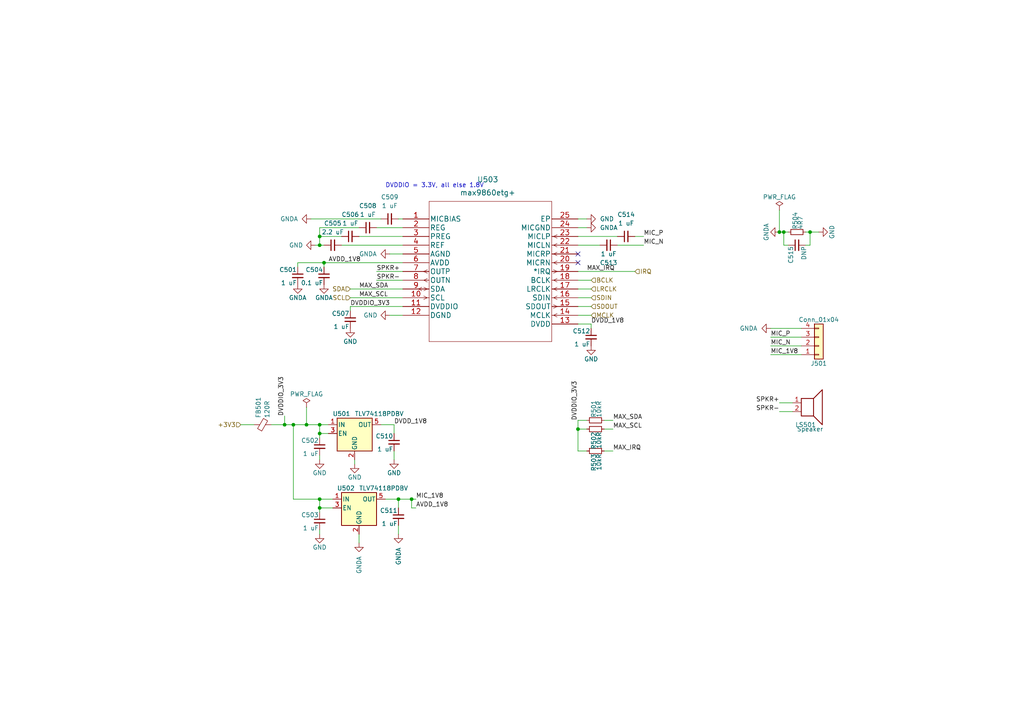
<source format=kicad_sch>
(kicad_sch (version 20211123) (generator eeschema)
  (paper "A4")
  (lib_symbols
    (symbol "2022-01-19_01-49-32:max9860etg+" (pin_names (offset 0.254))
      (property "Reference" "U" (at 25.4 10.16 0))
      (property "Value" "max9860etg+" (at 25.4 7.62 0))
      (symbol "max9860etg+_1_1"
        (polyline (pts (xy 5.5372 -20.828) (xy 4.4958 -20.32)) (stroke (width 0.127)))
        (polyline (pts (xy 5.5372 -19.812) (xy 4.4958 -20.32)) (stroke (width 0.127)))
        (polyline (pts (xy 7.112 -22.86) (xy 6.0452 -23.368)) (stroke (width 0.127)))
        (polyline (pts (xy 7.112 -22.86) (xy 6.0452 -22.352)) (stroke (width 0.127)))
        (polyline (pts (xy 7.112 -20.32) (xy 6.0452 -20.828)) (stroke (width 0.127)))
        (polyline (pts (xy 7.112 -20.32) (xy 6.0452 -19.812)) (stroke (width 0.127)))
        (polyline (pts (xy 7.112 -18.288) (xy 6.0452 -17.78)) (stroke (width 0.127)))
        (polyline (pts (xy 7.112 -17.272) (xy 6.0452 -17.78)) (stroke (width 0.127)))
        (polyline (pts (xy 7.112 -15.748) (xy 6.0452 -15.24)) (stroke (width 0.127)))
        (polyline (pts (xy 7.112 -14.732) (xy 6.0452 -15.24)) (stroke (width 0.127)))
        (polyline (pts (xy 7.62 -35.56) (xy 43.18 -35.56)) (stroke (width 0.127)))
        (polyline (pts (xy 7.62 5.08) (xy 7.62 -35.56)) (stroke (width 0.127)))
        (polyline (pts (xy 43.18 -35.56) (xy 43.18 5.08)) (stroke (width 0.127)))
        (polyline (pts (xy 43.18 5.08) (xy 7.62 5.08)) (stroke (width 0.127)))
        (polyline (pts (xy 43.688 -27.94) (xy 44.7548 -28.448)) (stroke (width 0.127)))
        (polyline (pts (xy 43.688 -27.94) (xy 44.7548 -27.432)) (stroke (width 0.127)))
        (polyline (pts (xy 43.688 -25.908) (xy 44.7548 -25.4)) (stroke (width 0.127)))
        (polyline (pts (xy 43.688 -24.892) (xy 44.7548 -25.4)) (stroke (width 0.127)))
        (polyline (pts (xy 43.688 -22.86) (xy 44.7548 -23.368)) (stroke (width 0.127)))
        (polyline (pts (xy 43.688 -22.86) (xy 44.7548 -22.352)) (stroke (width 0.127)))
        (polyline (pts (xy 43.688 -20.32) (xy 44.7548 -20.828)) (stroke (width 0.127)))
        (polyline (pts (xy 43.688 -20.32) (xy 44.7548 -19.812)) (stroke (width 0.127)))
        (polyline (pts (xy 43.688 -17.78) (xy 44.7548 -18.288)) (stroke (width 0.127)))
        (polyline (pts (xy 43.688 -17.78) (xy 44.7548 -17.272)) (stroke (width 0.127)))
        (polyline (pts (xy 43.688 -15.748) (xy 44.7548 -15.24)) (stroke (width 0.127)))
        (polyline (pts (xy 43.688 -14.732) (xy 44.7548 -15.24)) (stroke (width 0.127)))
        (polyline (pts (xy 43.688 -12.7) (xy 44.7548 -13.208)) (stroke (width 0.127)))
        (polyline (pts (xy 43.688 -12.7) (xy 44.7548 -12.192)) (stroke (width 0.127)))
        (polyline (pts (xy 43.688 -10.16) (xy 44.7548 -10.668)) (stroke (width 0.127)))
        (polyline (pts (xy 43.688 -10.16) (xy 44.7548 -9.652)) (stroke (width 0.127)))
        (polyline (pts (xy 43.688 -7.62) (xy 44.7548 -8.128)) (stroke (width 0.127)))
        (polyline (pts (xy 43.688 -7.62) (xy 44.7548 -7.112)) (stroke (width 0.127)))
        (polyline (pts (xy 43.688 -5.08) (xy 44.7548 -5.588)) (stroke (width 0.127)))
        (polyline (pts (xy 43.688 -5.08) (xy 44.7548 -4.572)) (stroke (width 0.127)))
        (pin unspecified line (at 0 0 0) (length 7.62) (name "MICBIAS") (number "1"))
        (pin input line (at 0 -22.86 0) (length 7.62) (name "SCL") (number "10"))
        (pin power_in line (at 0 -25.4 0) (length 7.62) (name "DVDDIO") (number "11"))
        (pin power_in line (at 0 -27.94 0) (length 7.62) (name "DGND") (number "12"))
        (pin power_in line (at 50.8 -30.48 180) (length 7.62) (name "DVDD") (number "13"))
        (pin input line (at 50.8 -27.94 180) (length 7.62) (name "MCLK") (number "14"))
        (pin output line (at 50.8 -25.4 180) (length 7.62) (name "SDOUT") (number "15"))
        (pin input line (at 50.8 -22.86 180) (length 7.62) (name "SDIN") (number "16"))
        (pin input line (at 50.8 -20.32 180) (length 7.62) (name "LRCLK") (number "17"))
        (pin input line (at 50.8 -17.78 180) (length 7.62) (name "BCLK") (number "18"))
        (pin output line (at 50.8 -15.24 180) (length 7.62) (name "*IRQ") (number "19"))
        (pin unspecified line (at 0 -2.54 0) (length 7.62) (name "REG") (number "2"))
        (pin input line (at 50.8 -12.7 180) (length 7.62) (name "MICRN") (number "20"))
        (pin input line (at 50.8 -10.16 180) (length 7.62) (name "MICRP") (number "21"))
        (pin input line (at 50.8 -7.62 180) (length 7.62) (name "MICLN") (number "22"))
        (pin input line (at 50.8 -5.08 180) (length 7.62) (name "MICLP") (number "23"))
        (pin power_in line (at 50.8 -2.54 180) (length 7.62) (name "MICGND") (number "24"))
        (pin unspecified line (at 50.8 0 180) (length 7.62) (name "EP") (number "25"))
        (pin unspecified line (at 0 -5.08 0) (length 7.62) (name "PREG") (number "3"))
        (pin unspecified line (at 0 -7.62 0) (length 7.62) (name "REF") (number "4"))
        (pin power_in line (at 0 -10.16 0) (length 7.62) (name "AGND") (number "5"))
        (pin power_in line (at 0 -12.7 0) (length 7.62) (name "AVDD") (number "6"))
        (pin output line (at 0 -15.24 0) (length 7.62) (name "OUTP") (number "7"))
        (pin output line (at 0 -17.78 0) (length 7.62) (name "OUTN") (number "8"))
        (pin bidirectional line (at 0 -20.32 0) (length 7.62) (name "SDA") (number "9"))
      )
    )
    (symbol "Connector_Generic:Conn_01x04" (pin_names (offset 1.016) hide)
      (property "Reference" "J" (at 0 5.08 0))
      (property "Value" "Conn_01x04" (at 0 -7.62 0))
      (symbol "Conn_01x04_1_1"
        (rectangle (start -1.27 -4.953) (end 0 -5.207) (stroke (width 0.1524)))
        (rectangle (start -1.27 -2.413) (end 0 -2.667) (stroke (width 0.1524)))
        (rectangle (start -1.27 0.127) (end 0 -0.127) (stroke (width 0.1524)))
        (rectangle (start -1.27 2.667) (end 0 2.413) (stroke (width 0.1524)))
        (rectangle (start -1.27 3.81) (end 1.27 -6.35) (stroke (width 0.254)) (fill (type background)))
        (pin passive line (at -5.08 2.54 0) (length 3.81) (name "Pin_1") (number "1"))
        (pin passive line (at -5.08 0 0) (length 3.81) (name "Pin_2") (number "2"))
        (pin passive line (at -5.08 -2.54 0) (length 3.81) (name "Pin_3") (number "3"))
        (pin passive line (at -5.08 -5.08 0) (length 3.81) (name "Pin_4") (number "4"))
      )
    )
    (symbol "Device:C_Small" (pin_numbers hide) (pin_names (offset 0.254) hide)
      (property "Reference" "C" (at 0.254 1.778 0))
      (property "Value" "C_Small" (at 0.254 -2.032 0))
      (symbol "C_Small_0_1"
        (polyline (pts (xy -1.524 -0.508) (xy 1.524 -0.508)) (stroke (width 0.3302)))
        (polyline (pts (xy -1.524 0.508) (xy 1.524 0.508)) (stroke (width 0.3048)))
      )
      (symbol "C_Small_1_1"
        (pin passive line (at 0 2.54 270) (length 2.032) (name "~") (number "1"))
        (pin passive line (at 0 -2.54 90) (length 2.032) (name "~") (number "2"))
      )
    )
    (symbol "Device:FerriteBead_Small" (pin_numbers hide) (pin_names (offset 0))
      (property "Reference" "FB" (at 1.905 1.27 0))
      (property "Value" "FerriteBead_Small" (at 1.905 -1.27 0))
      (symbol "FerriteBead_Small_0_1"
        (polyline (pts (xy 0 -1.27) (xy 0 -0.7874)))
        (polyline (pts (xy 0 0.889) (xy 0 1.2954)))
        (polyline (pts (xy -1.8288 0.2794) (xy -1.1176 1.4986) (xy 1.8288 -0.2032) (xy 1.1176 -1.4224) (xy -1.8288 0.2794)))
      )
      (symbol "FerriteBead_Small_1_1"
        (pin passive line (at 0 2.54 270) (length 1.27) (name "~") (number "1"))
        (pin passive line (at 0 -2.54 90) (length 1.27) (name "~") (number "2"))
      )
    )
    (symbol "Device:R_Small" (pin_numbers hide) (pin_names (offset 0.254) hide)
      (property "Reference" "R" (at 0.762 0.508 0))
      (property "Value" "R_Small" (at 0.762 -1.016 0))
      (symbol "R_Small_0_1"
        (rectangle (start -0.762 1.778) (end 0.762 -1.778) (stroke (width 0.2032)))
      )
      (symbol "R_Small_1_1"
        (pin passive line (at 0 2.54 270) (length 0.762) (name "~") (number "1"))
        (pin passive line (at 0 -2.54 90) (length 0.762) (name "~") (number "2"))
      )
    )
    (symbol "Device:Speaker" (pin_names (offset 0) hide)
      (property "Reference" "LS" (at 1.27 5.715 0))
      (property "Value" "Speaker" (at 1.27 3.81 0))
      (symbol "Speaker_0_0"
        (rectangle (start -2.54 1.27) (end 1.016 -3.81) (stroke (width 0.254)))
        (polyline (pts (xy 1.016 1.27) (xy 3.556 3.81) (xy 3.556 -6.35) (xy 1.016 -3.81)) (stroke (width 0.254)))
      )
      (symbol "Speaker_1_1"
        (pin input line (at -5.08 0 0) (length 2.54) (name "1") (number "1"))
        (pin input line (at -5.08 -2.54 0) (length 2.54) (name "2") (number "2"))
      )
    )
    (symbol "parts:TLV74118PDBV" (pin_names (offset 0.254))
      (property "Reference" "U" (at -3.81 5.715 0))
      (property "Value" "TLV74118PDBV" (at 0 5.715 0))
      (symbol "TLV74118PDBV_0_1"
        (rectangle (start -5.08 4.445) (end 5.08 -5.08) (stroke (width 0.254)) (fill (type background)))
      )
      (symbol "TLV74118PDBV_1_1"
        (pin power_in line (at -7.62 2.54 0) (length 2.54) (name "IN") (number "1"))
        (pin power_in line (at 0 -7.62 90) (length 2.54) (name "GND") (number "2"))
        (pin input line (at -7.62 0 0) (length 2.54) (name "EN") (number "3"))
        (pin no_connect line (at 5.08 0 180) (length 2.54) hide (name "NC") (number "4"))
        (pin power_out line (at 7.62 2.54 180) (length 2.54) (name "OUT") (number "5"))
      )
    )
    (symbol "power:GND" (power) (pin_names (offset 0))
      (property "Value" "GND" (at 0 -3.81 0))
      (symbol "GND_0_1"
        (polyline (pts (xy 0 0) (xy 0 -1.27) (xy 1.27 -1.27) (xy 0 -2.54) (xy -1.27 -1.27) (xy 0 -1.27)))
      )
      (symbol "GND_1_1"
        (pin power_in line (at 0 0 270) (length 0) hide (name "GND") (number "1"))
      )
    )
    (symbol "power:GNDA" (power) (pin_names (offset 0))
      (property "Value" "GNDA" (at 0 -3.81 0))
      (symbol "GNDA_0_1"
        (polyline (pts (xy 0 0) (xy 0 -1.27) (xy 1.27 -1.27) (xy 0 -2.54) (xy -1.27 -1.27) (xy 0 -1.27)))
      )
      (symbol "GNDA_1_1"
        (pin power_in line (at 0 0 270) (length 0) hide (name "GNDA") (number "1"))
      )
    )
    (symbol "power:PWR_FLAG" (power) (pin_numbers hide) (pin_names (offset 0) hide)
      (property "Value" "PWR_FLAG" (at 0 3.81 0))
      (symbol "PWR_FLAG_0_0"
        (pin power_out line (at 0 0 90) (length 0) (name "pwr") (number "1"))
      )
      (symbol "PWR_FLAG_0_1"
        (polyline (pts (xy 0 0) (xy 0 1.27) (xy -1.016 1.905) (xy 0 2.54) (xy 1.016 1.905) (xy 0 1.27)))
      )
    )
  )
  (junction (at 167.64 124.46))
  (junction (at 119.38 144.78))
  (junction (at 88.9 123.19))
  (junction (at 85.09 123.19))
  (junction (at 92.71 147.32))
  (junction (at 92.71 123.19))
  (junction (at 92.71 144.78))
  (junction (at 92.71 125.73))
  (junction (at 115.57 144.78))
  (junction (at 93.98 76.2))
  (junction (at 226.06 67.31))
  (junction (at 227.33 67.31))
  (junction (at 92.71 68.58))
  (junction (at 234.95 67.31))
  (junction (at 82.55 123.19))
  (junction (at 92.71 71.12))
  (no_connect (at 167.64 73.66))
  (no_connect (at 167.64 76.2))
  (wire (pts (xy 92.71 68.58) (xy 92.71 66.04)))
  (wire (pts (xy 114.3 123.19) (xy 114.3 125.73)))
  (wire (pts (xy 229.87 116.84) (xy 226.06 116.84)))
  (wire (pts (xy 175.26 130.81) (xy 177.8 130.81)))
  (wire (pts (xy 234.95 67.31) (xy 237.49 67.31)))
  (wire (pts (xy 167.64 93.98) (xy 171.45 93.98)))
  (wire (pts (xy 109.22 81.28) (xy 116.84 81.28)))
  (wire (pts (xy 104.14 154.94) (xy 104.14 157.48)))
  (wire (pts (xy 115.57 144.78) (xy 115.57 147.32)))
  (wire (pts (xy 226.06 67.31) (xy 227.33 67.31)))
  (wire (pts (xy 167.64 124.46) (xy 170.18 124.46)))
  (wire (pts (xy 101.6 88.9) (xy 116.84 88.9)))
  (wire (pts (xy 228.6 71.12) (xy 227.33 71.12)))
  (wire (pts (xy 167.64 121.92) (xy 167.64 124.46)))
  (wire (pts (xy 115.57 63.5) (xy 116.84 63.5)))
  (wire (pts (xy 223.52 102.87) (xy 232.41 102.87)))
  (wire (pts (xy 85.09 123.19) (xy 85.09 144.78)))
  (wire (pts (xy 113.03 91.44) (xy 116.84 91.44)))
  (wire (pts (xy 82.55 123.19) (xy 85.09 123.19)))
  (wire (pts (xy 233.68 67.31) (xy 234.95 67.31)))
  (wire (pts (xy 96.52 147.32) (xy 92.71 147.32)))
  (wire (pts (xy 223.52 95.25) (xy 232.41 95.25)))
  (wire (pts (xy 88.9 118.11) (xy 88.9 123.19)))
  (wire (pts (xy 167.64 66.04) (xy 170.18 66.04)))
  (wire (pts (xy 114.3 130.81) (xy 114.3 133.35)))
  (wire (pts (xy 110.49 123.19) (xy 114.3 123.19)))
  (wire (pts (xy 92.71 147.32) (xy 92.71 148.59)))
  (wire (pts (xy 91.44 71.12) (xy 92.71 71.12)))
  (wire (pts (xy 92.71 125.73) (xy 92.71 127)))
  (wire (pts (xy 78.74 123.19) (xy 82.55 123.19)))
  (wire (pts (xy 171.45 93.98) (xy 171.45 95.25)))
  (wire (pts (xy 167.64 68.58) (xy 179.07 68.58)))
  (wire (pts (xy 175.26 121.92) (xy 177.8 121.92)))
  (wire (pts (xy 115.57 144.78) (xy 119.38 144.78)))
  (wire (pts (xy 167.64 81.28) (xy 171.45 81.28)))
  (wire (pts (xy 226.06 60.96) (xy 226.06 67.31)))
  (wire (pts (xy 90.17 63.5) (xy 110.49 63.5)))
  (wire (pts (xy 119.38 144.78) (xy 120.65 144.78)))
  (wire (pts (xy 223.52 97.79) (xy 232.41 97.79)))
  (wire (pts (xy 113.03 73.66) (xy 116.84 73.66)))
  (wire (pts (xy 92.71 66.04) (xy 104.14 66.04)))
  (wire (pts (xy 92.71 125.73) (xy 92.71 123.19)))
  (wire (pts (xy 85.09 144.78) (xy 92.71 144.78)))
  (wire (pts (xy 167.64 86.36) (xy 171.45 86.36)))
  (wire (pts (xy 104.14 68.58) (xy 116.84 68.58)))
  (wire (pts (xy 119.38 147.32) (xy 119.38 144.78)))
  (wire (pts (xy 167.64 130.81) (xy 167.64 124.46)))
  (wire (pts (xy 86.36 76.2) (xy 93.98 76.2)))
  (wire (pts (xy 92.71 123.19) (xy 95.25 123.19)))
  (wire (pts (xy 120.65 147.32) (xy 119.38 147.32)))
  (wire (pts (xy 184.15 68.58) (xy 186.69 68.58)))
  (wire (pts (xy 101.6 88.9) (xy 101.6 90.17)))
  (wire (pts (xy 167.64 78.74) (xy 184.15 78.74)))
  (wire (pts (xy 227.33 67.31) (xy 228.6 67.31)))
  (wire (pts (xy 92.71 147.32) (xy 92.71 144.78)))
  (wire (pts (xy 93.98 76.2) (xy 93.98 77.47)))
  (wire (pts (xy 111.76 144.78) (xy 115.57 144.78)))
  (wire (pts (xy 86.36 77.47) (xy 86.36 76.2)))
  (wire (pts (xy 95.25 125.73) (xy 92.71 125.73)))
  (wire (pts (xy 93.98 76.2) (xy 116.84 76.2)))
  (wire (pts (xy 109.22 78.74) (xy 116.84 78.74)))
  (wire (pts (xy 179.07 71.12) (xy 186.69 71.12)))
  (wire (pts (xy 82.55 120.65) (xy 82.55 123.19)))
  (wire (pts (xy 99.06 71.12) (xy 116.84 71.12)))
  (wire (pts (xy 115.57 152.4) (xy 115.57 154.94)))
  (wire (pts (xy 227.33 71.12) (xy 227.33 67.31)))
  (wire (pts (xy 92.71 71.12) (xy 92.71 68.58)))
  (wire (pts (xy 88.9 123.19) (xy 92.71 123.19)))
  (wire (pts (xy 102.87 133.35) (xy 102.87 134.62)))
  (wire (pts (xy 92.71 144.78) (xy 96.52 144.78)))
  (wire (pts (xy 167.64 83.82) (xy 171.45 83.82)))
  (wire (pts (xy 109.22 66.04) (xy 116.84 66.04)))
  (wire (pts (xy 170.18 130.81) (xy 167.64 130.81)))
  (wire (pts (xy 175.26 124.46) (xy 177.8 124.46)))
  (wire (pts (xy 167.64 88.9) (xy 171.45 88.9)))
  (wire (pts (xy 170.18 121.92) (xy 167.64 121.92)))
  (wire (pts (xy 92.71 132.08) (xy 92.71 133.35)))
  (wire (pts (xy 101.6 86.36) (xy 116.84 86.36)))
  (wire (pts (xy 223.52 100.33) (xy 232.41 100.33)))
  (wire (pts (xy 92.71 153.67) (xy 92.71 154.94)))
  (wire (pts (xy 229.87 119.38) (xy 226.06 119.38)))
  (wire (pts (xy 167.64 91.44) (xy 171.45 91.44)))
  (wire (pts (xy 167.64 71.12) (xy 173.99 71.12)))
  (wire (pts (xy 101.6 83.82) (xy 116.84 83.82)))
  (wire (pts (xy 92.71 71.12) (xy 93.98 71.12)))
  (wire (pts (xy 85.09 123.19) (xy 88.9 123.19)))
  (wire (pts (xy 69.85 123.19) (xy 73.66 123.19)))
  (wire (pts (xy 233.68 71.12) (xy 234.95 71.12)))
  (wire (pts (xy 234.95 71.12) (xy 234.95 67.31)))
  (wire (pts (xy 167.64 63.5) (xy 170.18 63.5)))
  (wire (pts (xy 92.71 68.58) (xy 99.06 68.58)))
  (text "DVDDIO = 3.3V, all else 1.8V" (at 111.76 54.61 0) (effects (font (size 1.27 1.27)) (justify left bottom)))
  (label "DVDD_1V8" (at 114.3 123.19 0))
  (label "MAX_IRQ" (at 177.8 130.81 0))
  (label "MIC_N" (at 186.69 71.12 0))
  (label "SPKR-" (at 109.22 81.28 0))
  (label "AVDD_1V8" (at 95.25 76.2 0))
  (label "MIC_P" (at 186.69 68.58 0))
  (label "MIC_N" (at 223.52 100.33 0))
  (label "MIC_P" (at 223.52 97.79 0))
  (label "MAX_IRQ" (at 170.18 78.74 0))
  (label "MIC_1V8" (at 120.65 144.78 0))
  (label "AVDD_1V8" (at 120.65 147.32 0))
  (label "SPKR+" (at 109.22 78.74 0))
  (label "DVDDIO_3V3" (at 82.55 120.65 90))
  (label "MIC_1V8" (at 223.52 102.87 0))
  (label "MAX_SCL" (at 177.8 124.46 0))
  (label "MAX_SDA" (at 104.14 83.82 0))
  (label "DVDDIO_3V3" (at 167.64 121.92 90))
  (label "DVDD_1V8" (at 171.45 93.98 0))
  (label "SPKR+" (at 226.06 116.84 180))
  (label "MAX_SDA" (at 177.8 121.92 0))
  (label "DVDDIO_3V3" (at 101.6 88.9 0))
  (label "SPKR-" (at 226.06 119.38 180))
  (label "MAX_SCL" (at 104.14 86.36 0))
  (hierarchical_label "BCLK" (shape input) (at 171.45 81.28 0))
  (hierarchical_label "MCLK" (shape input) (at 171.45 91.44 0))
  (hierarchical_label "LRCLK" (shape input) (at 171.45 83.82 0))
  (hierarchical_label "SDIN" (shape input) (at 171.45 86.36 0))
  (hierarchical_label "IRQ" (shape input) (at 184.15 78.74 0))
  (hierarchical_label "SDOUT" (shape input) (at 171.45 88.9 0))
  (hierarchical_label "SDA" (shape input) (at 101.6 83.82 180))
  (hierarchical_label "SCL" (shape input) (at 101.6 86.36 180))
  (hierarchical_label "+3V3" (shape input) (at 69.85 123.19 180))
  (symbol (lib_id "parts:TLV74118PDBV") (at 104.14 147.32 0) (unit 1)
    (property "Reference" "U502" (at 100.33 141.605 0))
    (property "Value" "TLV74118PDBV" (at 104.14 141.605 0) (effects (justify left)))
    (property "Footprint" "Package_TO_SOT_SMD:SOT-23-5" (effects hide))
    (property "Datasheet" "https://www.ti.com/lit/ds/symlink/tlv741p.pdf" (effects hide))
    (property "Digikey" "296-48986-1-ND" (effects hide))
  )
  (symbol (lib_id "Connector_Generic:Conn_01x04") (at 237.49 100.33 0) (mirror x) (unit 1)
    (property "Reference" "J501" (at 237.49 105.41 0))
    (property "Value" "Conn_01x04" (at 237.49 92.71 0))
    (property "Footprint" "walkie-talkies:503480-0440" (effects hide))
    (property "Digikey" "900-5034800440TR-ND" (effects hide))
  )
  (symbol (lib_id "power:GND") (at 101.6 95.25 0) (unit 1)
    (property "Reference" "#PWR0507" (effects hide))
    (property "Value" "GND" (at 101.6 99.06 0))
  )
  (symbol (lib_id "power:GND") (at 91.44 71.12 270) (unit 1)
    (property "Reference" "#PWR0503" (effects hide))
    (property "Value" "GND" (at 83.82 71.12 90) (effects (justify left)))
  )
  (symbol (lib_id "Device:C_Small") (at 86.36 80.01 0) (mirror y) (unit 1)
    (property "Reference" "C501" (at 86.106 78.232 0) (effects (justify left)))
    (property "Value" "1 uF" (at 86.106 82.042 0) (effects (justify left)))
    (property "Footprint" "Capacitor_SMD:C_0603_1608Metric" (effects hide))
    (property "Digikey" "1276-1102-1-ND" (effects hide))
  )
  (symbol (lib_id "Device:C_Small") (at 114.3 128.27 0) (mirror y) (unit 1)
    (property "Reference" "C510" (at 114.046 126.492 0) (effects (justify left)))
    (property "Value" "1 uF" (at 114.046 130.302 0) (effects (justify left)))
    (property "Footprint" "Capacitor_SMD:C_0603_1608Metric" (effects hide))
    (property "Digikey" "1276-1102-1-ND" (effects hide))
  )
  (symbol (lib_id "2022-01-19_01-49-32:max9860etg+") (at 116.84 63.5 0) (unit 1)
    (property "Reference" "U503" (at 141.4653 52.07 0) (effects (font (size 1.524 1.524))))
    (property "Value" "max9860etg+" (at 141.4653 55.88 0) (effects (font (size 1.524 1.524))))
    (property "Footprint" "footprints:max9860etg&plus_" (effects hide))
    (property "Digikey" "MAX9860ETG+-ND" (effects hide))
  )
  (symbol (lib_id "Device:C_Small") (at 113.03 63.5 90) (unit 1)
    (property "Reference" "C509" (at 113.0363 57.15 90))
    (property "Value" "1 uF" (at 113.0363 59.69 90))
    (property "Footprint" "Capacitor_SMD:C_0603_1608Metric" (effects hide))
    (property "Digikey" "1276-1102-1-ND" (effects hide))
  )
  (symbol (lib_id "Device:C_Small") (at 92.71 151.13 0) (mirror y) (unit 1)
    (property "Reference" "C503" (at 92.456 149.352 0) (effects (justify left)))
    (property "Value" "1 uF" (at 92.456 153.162 0) (effects (justify left)))
    (property "Footprint" "Capacitor_SMD:C_0603_1608Metric" (effects hide))
    (property "Digikey" "1276-1102-1-ND" (effects hide))
  )
  (symbol (lib_id "Device:C_Small") (at 93.98 80.01 0) (mirror y) (unit 1)
    (property "Reference" "C504" (at 93.726 78.232 0) (effects (justify left)))
    (property "Value" "0.1 uF" (at 93.726 82.042 0) (effects (justify left)))
    (property "Footprint" "Capacitor_SMD:C_0402_1005Metric" (effects hide))
    (property "Digikey" "1276-1043-1-ND" (effects hide))
  )
  (symbol (lib_id "Device:Speaker") (at 234.95 116.84 0) (unit 1)
    (property "Reference" "LS501" (at 233.68 123.19 0))
    (property "Value" "Speaker" (at 234.95 124.46 0))
    (property "Footprint" "Connector_PinHeader_2.00mm:PinHeader_1x02_P2.00mm_Vertical" (effects hide))
    (property "Digikey" "NoPart" (effects hide))
  )
  (symbol (lib_id "parts:TLV74118PDBV") (at 102.87 125.73 0) (unit 1)
    (property "Reference" "U501" (at 99.06 120.015 0))
    (property "Value" "TLV74118PDBV" (at 102.87 120.015 0) (effects (justify left)))
    (property "Footprint" "Package_TO_SOT_SMD:SOT-23-5" (effects hide))
    (property "Datasheet" "https://www.ti.com/lit/ds/symlink/tlv741p.pdf" (effects hide))
    (property "Digikey" "296-48986-1-ND" (effects hide))
  )
  (symbol (lib_id "Device:R_Small") (at 172.72 124.46 90) (mirror x) (unit 1)
    (property "Reference" "R502" (at 172.212 125.222 0) (effects (justify left)))
    (property "Value" "10kR" (at 173.736 125.222 0) (effects (justify left)))
    (property "Footprint" "Resistor_SMD:R_0402_1005Metric" (effects hide))
    (property "Digikey" "RMCF0402FT10K0CT-ND" (effects hide))
  )
  (symbol (lib_id "power:GNDA") (at 86.36 82.55 0) (unit 1)
    (property "Reference" "#PWR0501" (effects hide))
    (property "Value" "GNDA" (at 86.36 86.36 0))
  )
  (symbol (lib_id "Device:R_Small") (at 172.72 130.81 90) (mirror x) (unit 1)
    (property "Reference" "R503" (at 172.212 131.572 0) (effects (justify left)))
    (property "Value" "10kR" (at 173.736 131.572 0) (effects (justify left)))
    (property "Footprint" "Resistor_SMD:R_0402_1005Metric" (effects hide))
    (property "Digikey" "RMCF0402FT10K0CT-ND" (effects hide))
  )
  (symbol (lib_id "power:GND") (at 171.45 100.33 0) (unit 1)
    (property "Reference" "#PWR0516" (effects hide))
    (property "Value" "GND" (at 171.45 104.14 0))
  )
  (symbol (lib_id "power:GND") (at 114.3 133.35 0) (unit 1)
    (property "Reference" "#PWR0512" (effects hide))
    (property "Value" "GND" (at 114.3 137.16 0))
  )
  (symbol (lib_id "power:GNDA") (at 115.57 154.94 0) (unit 1)
    (property "Reference" "#PWR0513" (effects hide))
    (property "Value" "GNDA" (at 115.5701 158.75 90) (effects (justify right)))
  )
  (symbol (lib_id "Device:FerriteBead_Small") (at 76.2 123.19 90) (unit 1)
    (property "Reference" "FB501" (at 74.93 121.285 0) (effects (justify left)))
    (property "Value" "120R" (at 77.47 121.285 0) (effects (justify left)))
    (property "Footprint" "Capacitor_SMD:C_0402_1005Metric" (effects hide))
    (property "Digikey" "732-2366-1-ND" (effects hide))
  )
  (symbol (lib_id "Device:C_Small") (at 96.52 71.12 90) (unit 1)
    (property "Reference" "C505" (at 96.5263 64.77 90))
    (property "Value" "2.2 uF" (at 96.5263 67.31 90))
    (property "Footprint" "Capacitor_SMD:C_0603_1608Metric" (effects hide))
    (property "Digikey" "587-1430-1-ND" (effects hide))
  )
  (symbol (lib_id "power:GNDA") (at 104.14 157.48 0) (unit 1)
    (property "Reference" "#PWR0509" (effects hide))
    (property "Value" "GNDA" (at 104.1401 161.29 90) (effects (justify right)))
  )
  (symbol (lib_id "power:PWR_FLAG") (at 226.06 60.96 0) (unit 1)
    (property "Reference" "#FLG0101" (effects hide))
    (property "Value" "PWR_FLAG" (at 226.06 57.15 0))
  )
  (symbol (lib_id "power:GND") (at 92.71 133.35 0) (unit 1)
    (property "Reference" "#PWR0504" (effects hide))
    (property "Value" "GND" (at 92.71 137.16 0))
  )
  (symbol (lib_id "power:GND") (at 237.49 67.31 90) (unit 1)
    (property "Reference" "#PWR0519" (effects hide))
    (property "Value" "GND" (at 241.3 67.31 0))
  )
  (symbol (lib_id "Device:C_Small") (at 176.53 71.12 270) (unit 1)
    (property "Reference" "C513" (at 176.53 76.2 90))
    (property "Value" "1 uF" (at 176.53 73.66 90))
    (property "Footprint" "Capacitor_SMD:C_0603_1608Metric" (effects hide))
    (property "Digikey" "1276-1102-1-ND" (effects hide))
  )
  (symbol (lib_id "power:PWR_FLAG") (at 88.9 118.11 0) (unit 1)
    (property "Reference" "#FLG0501" (effects hide))
    (property "Value" "PWR_FLAG" (at 88.9 114.3 0))
  )
  (symbol (lib_id "Device:C_Small") (at 115.57 149.86 0) (mirror y) (unit 1)
    (property "Reference" "C511" (at 115.316 148.082 0) (effects (justify left)))
    (property "Value" "1 uF" (at 115.316 151.892 0) (effects (justify left)))
    (property "Footprint" "Capacitor_SMD:C_0603_1608Metric" (effects hide))
    (property "Digikey" "1276-1102-1-ND" (effects hide))
  )
  (symbol (lib_id "power:GNDA") (at 170.18 66.04 90) (unit 1)
    (property "Reference" "#PWR0515" (effects hide))
    (property "Value" "GNDA" (at 173.99 66.0399 90) (effects (justify right)))
  )
  (symbol (lib_id "power:GNDA") (at 223.52 95.25 270) (unit 1)
    (property "Reference" "#PWR0517" (effects hide))
    (property "Value" "GNDA" (at 219.71 95.2501 90) (effects (justify right)))
  )
  (symbol (lib_id "Device:C_Small") (at 101.6 92.71 0) (mirror y) (unit 1)
    (property "Reference" "C507" (at 101.346 90.932 0) (effects (justify left)))
    (property "Value" "1 uF" (at 101.346 94.742 0) (effects (justify left)))
    (property "Footprint" "Capacitor_SMD:C_0603_1608Metric" (effects hide))
    (property "Digikey" "1276-1102-1-ND" (effects hide))
  )
  (symbol (lib_id "power:GND") (at 92.71 154.94 0) (unit 1)
    (property "Reference" "#PWR0505" (effects hide))
    (property "Value" "GND" (at 92.71 158.75 0))
  )
  (symbol (lib_id "power:GND") (at 170.18 63.5 90) (unit 1)
    (property "Reference" "#PWR0514" (effects hide))
    (property "Value" "GND" (at 173.99 63.4999 90) (effects (justify right)))
  )
  (symbol (lib_id "Device:R_Small") (at 172.72 121.92 90) (unit 1)
    (property "Reference" "R501" (at 172.212 121.158 0) (effects (justify left)))
    (property "Value" "10kR" (at 173.736 121.158 0) (effects (justify left)))
    (property "Footprint" "Resistor_SMD:R_0402_1005Metric" (effects hide))
    (property "Digikey" "RMCF0402FT10K0CT-ND" (effects hide))
  )
  (symbol (lib_id "Device:C_Small") (at 231.14 71.12 90) (mirror x) (unit 1)
    (property "Reference" "C515" (at 229.362 71.374 0) (effects (justify left)))
    (property "Value" "DNP" (at 233.172 71.374 0) (effects (justify left)))
    (property "Footprint" "Capacitor_SMD:C_0402_1005Metric" (effects hide))
    (property "Digikey" "NoPart" (effects hide))
  )
  (symbol (lib_id "power:GND") (at 113.03 91.44 270) (unit 1)
    (property "Reference" "#PWR0511" (effects hide))
    (property "Value" "GND" (at 105.41 91.44 90) (effects (justify left)))
  )
  (symbol (lib_id "power:GND") (at 102.87 134.62 0) (unit 1)
    (property "Reference" "#PWR0508" (effects hide))
    (property "Value" "GND" (at 102.87 138.43 0))
  )
  (symbol (lib_id "Device:C_Small") (at 92.71 129.54 0) (mirror y) (unit 1)
    (property "Reference" "C502" (at 92.456 127.762 0) (effects (justify left)))
    (property "Value" "1 uF" (at 92.456 131.572 0) (effects (justify left)))
    (property "Footprint" "Capacitor_SMD:C_0603_1608Metric" (effects hide))
    (property "Digikey" "1276-1102-1-ND" (effects hide))
  )
  (symbol (lib_id "Device:C_Small") (at 171.45 97.79 0) (mirror y) (unit 1)
    (property "Reference" "C512" (at 171.196 96.012 0) (effects (justify left)))
    (property "Value" "1 uF" (at 171.196 99.822 0) (effects (justify left)))
    (property "Footprint" "Capacitor_SMD:C_0603_1608Metric" (effects hide))
    (property "Digikey" "1276-1102-1-ND" (effects hide))
  )
  (symbol (lib_id "power:GNDA") (at 90.17 63.5 270) (unit 1)
    (property "Reference" "#PWR0502" (effects hide))
    (property "Value" "GNDA" (at 81.28 63.5 90) (effects (justify left)))
  )
  (symbol (lib_id "Device:R_Small") (at 231.14 67.31 90) (unit 1)
    (property "Reference" "R504" (at 230.632 66.548 0) (effects (justify left)))
    (property "Value" "4R7" (at 232.156 66.548 0) (effects (justify left)))
    (property "Footprint" "Resistor_SMD:R_0402_1005Metric" (effects hide))
    (property "Digikey" "A130034CT-ND" (effects hide))
  )
  (symbol (lib_id "power:GNDA") (at 226.06 67.31 270) (unit 1)
    (property "Reference" "#PWR0518" (effects hide))
    (property "Value" "GNDA" (at 222.25 67.31 0))
  )
  (symbol (lib_id "Device:C_Small") (at 101.6 68.58 90) (unit 1)
    (property "Reference" "C506" (at 101.6063 62.23 90))
    (property "Value" "1 uF" (at 101.6063 64.77 90))
    (property "Footprint" "Capacitor_SMD:C_0603_1608Metric" (effects hide))
    (property "Digikey" "1276-1102-1-ND" (effects hide))
  )
  (symbol (lib_id "power:GNDA") (at 113.03 73.66 270) (unit 1)
    (property "Reference" "#PWR0510" (effects hide))
    (property "Value" "GNDA" (at 104.14 73.66 90) (effects (justify left)))
  )
  (symbol (lib_id "Device:C_Small") (at 181.61 68.58 90) (unit 1)
    (property "Reference" "C514" (at 181.6163 62.23 90))
    (property "Value" "1 uF" (at 181.6163 64.77 90))
    (property "Footprint" "Capacitor_SMD:C_0603_1608Metric" (effects hide))
    (property "Digikey" "1276-1102-1-ND" (effects hide))
  )
  (symbol (lib_id "power:GNDA") (at 93.98 82.55 0) (unit 1)
    (property "Reference" "#PWR0506" (effects hide))
    (property "Value" "GNDA" (at 93.98 86.36 0))
  )
  (symbol (lib_id "Device:C_Small") (at 106.68 66.04 90) (unit 1)
    (property "Reference" "C508" (at 106.6863 59.69 90))
    (property "Value" "1 uF" (at 106.6863 62.23 90))
    (property "Footprint" "Capacitor_SMD:C_0603_1608Metric" (effects hide))
    (property "Digikey" "1276-1102-1-ND" (effects hide))
  )
)
</source>
